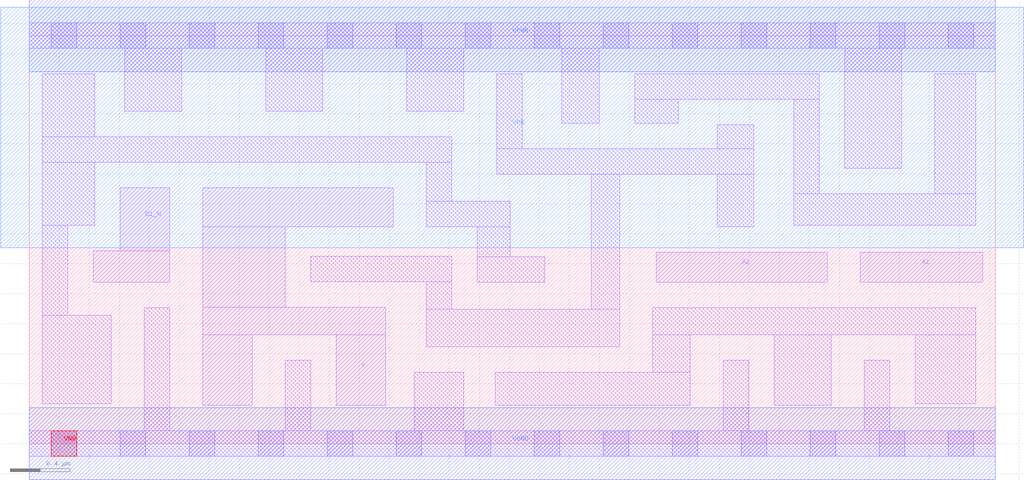
<source format=lef>
# Copyright 2020 The SkyWater PDK Authors
#
# Licensed under the Apache License, Version 2.0 (the "License");
# you may not use this file except in compliance with the License.
# You may obtain a copy of the License at
#
#     https://www.apache.org/licenses/LICENSE-2.0
#
# Unless required by applicable law or agreed to in writing, software
# distributed under the License is distributed on an "AS IS" BASIS,
# WITHOUT WARRANTIES OR CONDITIONS OF ANY KIND, either express or implied.
# See the License for the specific language governing permissions and
# limitations under the License.
#
# SPDX-License-Identifier: Apache-2.0

VERSION 5.7 ;
  NOWIREEXTENSIONATPIN ON ;
  DIVIDERCHAR "/" ;
  BUSBITCHARS "[]" ;
PROPERTYDEFINITIONS
  MACRO maskLayoutSubType STRING ;
  MACRO prCellType STRING ;
  MACRO originalViewName STRING ;
END PROPERTYDEFINITIONS
MACRO sky130_fd_sc_hdll__o21ba_4
  CLASS CORE ;
  FOREIGN sky130_fd_sc_hdll__o21ba_4 ;
  ORIGIN  0.000000  0.000000 ;
  SIZE  6.440000 BY  2.720000 ;
  SYMMETRY X Y R90 ;
  SITE unithd ;
  PIN A1
    ANTENNAGATEAREA  0.555000 ;
    DIRECTION INPUT ;
    USE SIGNAL ;
    PORT
      LAYER li1 ;
        RECT 5.540000 1.075000 6.355000 1.275000 ;
    END
  END A1
  PIN A2
    ANTENNAGATEAREA  0.555000 ;
    DIRECTION INPUT ;
    USE SIGNAL ;
    PORT
      LAYER li1 ;
        RECT 4.180000 1.075000 5.320000 1.275000 ;
    END
  END A2
  PIN B1_N
    ANTENNAGATEAREA  0.277500 ;
    DIRECTION INPUT ;
    USE SIGNAL ;
    PORT
      LAYER li1 ;
        RECT 0.425000 1.075000 0.935000 1.285000 ;
        RECT 0.605000 1.285000 0.935000 1.705000 ;
    END
  END B1_N
  PIN VGND
    ANTENNADIFFAREA  1.033500 ;
    DIRECTION INOUT ;
    USE SIGNAL ;
    PORT
      LAYER met1 ;
        RECT 0.000000 -0.240000 6.440000 0.240000 ;
    END
  END VGND
  PIN VNB
    PORT
      LAYER pwell ;
        RECT 0.145000 -0.085000 0.315000 0.085000 ;
    END
  END VNB
  PIN VPB
    PORT
      LAYER nwell ;
        RECT -0.190000 1.305000 6.630000 2.910000 ;
    END
  END VPB
  PIN VPWR
    ANTENNADIFFAREA  1.430000 ;
    DIRECTION INOUT ;
    USE SIGNAL ;
    PORT
      LAYER met1 ;
        RECT 0.000000 2.480000 6.440000 2.960000 ;
    END
  END VPWR
  PIN X
    ANTENNADIFFAREA  1.028500 ;
    DIRECTION OUTPUT ;
    USE SIGNAL ;
    PORT
      LAYER li1 ;
        RECT 1.155000 0.255000 1.485000 0.725000 ;
        RECT 1.155000 0.725000 2.375000 0.910000 ;
        RECT 1.155000 0.910000 1.705000 1.445000 ;
        RECT 1.155000 1.445000 2.425000 1.705000 ;
        RECT 2.045000 0.255000 2.375000 0.725000 ;
    END
  END X
  OBS
    LAYER li1 ;
      RECT 0.000000 -0.085000 6.440000 0.085000 ;
      RECT 0.000000  2.635000 6.440000 2.805000 ;
      RECT 0.085000  0.265000 0.545000 0.855000 ;
      RECT 0.085000  0.855000 0.255000 1.455000 ;
      RECT 0.085000  1.455000 0.435000 1.875000 ;
      RECT 0.085000  1.875000 2.815000 2.045000 ;
      RECT 0.085000  2.045000 0.435000 2.465000 ;
      RECT 0.635000  2.215000 1.015000 2.635000 ;
      RECT 0.765000  0.085000 0.935000 0.905000 ;
      RECT 1.575000  2.215000 1.955000 2.635000 ;
      RECT 1.705000  0.085000 1.875000 0.555000 ;
      RECT 1.875000  1.080000 2.815000 1.250000 ;
      RECT 2.515000  2.215000 2.895000 2.635000 ;
      RECT 2.565000  0.085000 2.895000 0.475000 ;
      RECT 2.645000  0.645000 3.935000 0.895000 ;
      RECT 2.645000  0.895000 2.815000 1.080000 ;
      RECT 2.645000  1.445000 3.205000 1.615000 ;
      RECT 2.645000  1.615000 2.815000 1.875000 ;
      RECT 2.985000  1.075000 3.435000 1.245000 ;
      RECT 2.985000  1.245000 3.205000 1.445000 ;
      RECT 3.105000  0.255000 4.405000 0.475000 ;
      RECT 3.115000  1.795000 4.830000 1.965000 ;
      RECT 3.115000  1.965000 3.285000 2.465000 ;
      RECT 3.550000  2.135000 3.800000 2.635000 ;
      RECT 3.745000  0.895000 3.935000 1.795000 ;
      RECT 4.035000  2.135000 4.325000 2.295000 ;
      RECT 4.035000  2.295000 5.265000 2.465000 ;
      RECT 4.155000  0.475000 4.405000 0.725000 ;
      RECT 4.155000  0.725000 6.310000 0.905000 ;
      RECT 4.585000  1.445000 4.830000 1.795000 ;
      RECT 4.585000  1.965000 4.830000 2.125000 ;
      RECT 4.625000  0.085000 4.795000 0.555000 ;
      RECT 4.965000  0.255000 5.345000 0.725000 ;
      RECT 5.095000  1.455000 6.310000 1.665000 ;
      RECT 5.095000  1.665000 5.265000 2.295000 ;
      RECT 5.435000  1.835000 5.815000 2.635000 ;
      RECT 5.565000  0.085000 5.735000 0.555000 ;
      RECT 5.905000  0.265000 6.310000 0.725000 ;
      RECT 6.035000  1.665000 6.310000 2.465000 ;
    LAYER mcon ;
      RECT 0.145000 -0.085000 0.315000 0.085000 ;
      RECT 0.145000  2.635000 0.315000 2.805000 ;
      RECT 0.605000 -0.085000 0.775000 0.085000 ;
      RECT 0.605000  2.635000 0.775000 2.805000 ;
      RECT 1.065000 -0.085000 1.235000 0.085000 ;
      RECT 1.065000  2.635000 1.235000 2.805000 ;
      RECT 1.525000 -0.085000 1.695000 0.085000 ;
      RECT 1.525000  2.635000 1.695000 2.805000 ;
      RECT 1.985000 -0.085000 2.155000 0.085000 ;
      RECT 1.985000  2.635000 2.155000 2.805000 ;
      RECT 2.445000 -0.085000 2.615000 0.085000 ;
      RECT 2.445000  2.635000 2.615000 2.805000 ;
      RECT 2.905000 -0.085000 3.075000 0.085000 ;
      RECT 2.905000  2.635000 3.075000 2.805000 ;
      RECT 3.365000 -0.085000 3.535000 0.085000 ;
      RECT 3.365000  2.635000 3.535000 2.805000 ;
      RECT 3.825000 -0.085000 3.995000 0.085000 ;
      RECT 3.825000  2.635000 3.995000 2.805000 ;
      RECT 4.285000 -0.085000 4.455000 0.085000 ;
      RECT 4.285000  2.635000 4.455000 2.805000 ;
      RECT 4.745000 -0.085000 4.915000 0.085000 ;
      RECT 4.745000  2.635000 4.915000 2.805000 ;
      RECT 5.205000 -0.085000 5.375000 0.085000 ;
      RECT 5.205000  2.635000 5.375000 2.805000 ;
      RECT 5.665000 -0.085000 5.835000 0.085000 ;
      RECT 5.665000  2.635000 5.835000 2.805000 ;
      RECT 6.125000 -0.085000 6.295000 0.085000 ;
      RECT 6.125000  2.635000 6.295000 2.805000 ;
  END
  PROPERTY maskLayoutSubType "abstract" ;
  PROPERTY prCellType "standard" ;
  PROPERTY originalViewName "layout" ;
END sky130_fd_sc_hdll__o21ba_4
END LIBRARY

</source>
